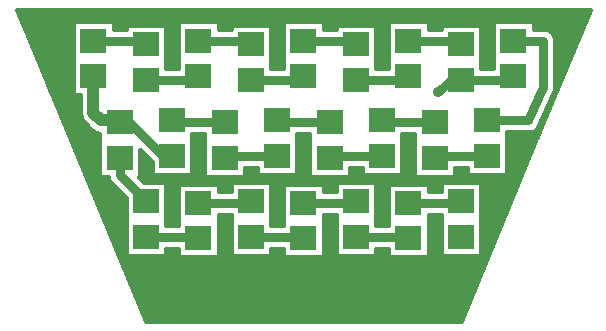
<source format=gtl>
G04 DipTrace 2.3.1.0*
%INLED_Matrix.GTL*%
%MOMM*%
%ADD13C,0.8*%
%ADD15C,1.0*%
%ADD16C,0.4*%
%ADD18R,2.2X2.0*%
%ADD20C,0.914*%
%FSLAX53Y53*%
G04*
G71*
G90*
G75*
G01*
%LNTop*%
%LPD*%
X7220Y24225D2*
D13*
X11365D1*
X11665Y23925D1*
Y20925D2*
X15810D1*
X16110Y21225D1*
Y24225D2*
X20255D1*
X20555Y23925D1*
Y20925D2*
X24700D1*
X25000Y21225D1*
Y24225D2*
X29145D1*
X29445Y23925D1*
Y20925D2*
X33590D1*
X33890Y21225D1*
Y24225D2*
X38035D1*
X38335Y23925D1*
X18332Y17287D2*
X14062D1*
X13888Y17463D1*
X22778Y14463D2*
X18508D1*
X18332Y14287D1*
X27222Y17287D2*
X22953D1*
X22778Y17463D1*
X31668Y14463D2*
X27397D1*
X27222Y14287D1*
X36113Y17287D2*
X31843D1*
X31668Y17463D1*
X40557Y14463D2*
X36288D1*
X36113Y14287D1*
X42780Y24225D2*
X45320D1*
Y20320D1*
X44050Y17463D1*
X40557D1*
X38335Y20925D2*
X42480D1*
X42780Y21225D1*
X38335Y20925D2*
X37510D1*
X36431Y19846D1*
X38335Y7620D2*
D3*
X9443Y14287D2*
Y12843D1*
X11665Y10620D1*
Y7620D2*
X15968D1*
X16110Y7477D1*
Y10477D2*
X20412D1*
X20555Y10620D1*
Y7620D2*
X24857D1*
X25000Y7477D1*
Y10477D2*
X29302D1*
X29445Y10620D1*
X7220Y21225D2*
D15*
Y19687D1*
Y18098D1*
X7855Y17463D1*
X9268D1*
X9443Y17287D1*
D13*
X10252D1*
X12935Y14605D1*
X13745D1*
X13888Y14463D1*
X7218Y19687D2*
D15*
X7220D1*
X29445Y7620D2*
D13*
X33748D1*
X33890Y7477D1*
Y10477D2*
X38193D1*
X38335Y10620D1*
D20*
X36431Y19846D3*
X38335Y7620D3*
X7220Y18098D3*
X7218Y19687D3*
X955Y26408D2*
D16*
X49044D1*
X1118Y26012D2*
X48881D1*
X1286Y25615D2*
X5463D1*
X8974D2*
X14356D1*
X17868D2*
X23244D1*
X26755D2*
X32131D1*
X35643D2*
X41025D1*
X44536D2*
X48719D1*
X1449Y25218D2*
X5463D1*
X13418D2*
X14356D1*
X22311D2*
X23244D1*
X31199D2*
X32131D1*
X40093D2*
X41025D1*
X45574D2*
X48550D1*
X1611Y24822D2*
X5463D1*
X13418D2*
X14356D1*
X22311D2*
X23244D1*
X31199D2*
X32131D1*
X40093D2*
X41025D1*
X46180D2*
X48388D1*
X1780Y24425D2*
X5463D1*
X13418D2*
X14356D1*
X22311D2*
X23244D1*
X31199D2*
X32131D1*
X40093D2*
X41025D1*
X46355D2*
X48219D1*
X1943Y24028D2*
X5463D1*
X13418D2*
X14356D1*
X22311D2*
X23244D1*
X31199D2*
X32131D1*
X40093D2*
X41025D1*
X46374D2*
X48056D1*
X2105Y23632D2*
X5463D1*
X13418D2*
X14356D1*
X22311D2*
X23244D1*
X31199D2*
X32131D1*
X40093D2*
X41025D1*
X46374D2*
X47894D1*
X2274Y23235D2*
X5463D1*
X13418D2*
X14356D1*
X22311D2*
X23244D1*
X31199D2*
X32131D1*
X40093D2*
X41025D1*
X46374D2*
X47725D1*
X2436Y22838D2*
X5463D1*
X13418D2*
X14356D1*
X22311D2*
X23244D1*
X31199D2*
X32131D1*
X40093D2*
X41025D1*
X46374D2*
X47563D1*
X2605Y22442D2*
X5463D1*
X13418D2*
X14356D1*
X22311D2*
X23244D1*
X31199D2*
X32131D1*
X40093D2*
X41025D1*
X46374D2*
X47400D1*
X2768Y22045D2*
X5463D1*
X13418D2*
X14356D1*
X22311D2*
X23244D1*
X31199D2*
X32131D1*
X40093D2*
X41025D1*
X46374D2*
X47231D1*
X2930Y21648D2*
X5463D1*
X46374D2*
X47069D1*
X3099Y21252D2*
X5463D1*
X46374D2*
X46900D1*
X3261Y20855D2*
X5463D1*
X46374D2*
X46738D1*
X3424Y20458D2*
X5463D1*
X46374D2*
X46575D1*
X3593Y20062D2*
X5463D1*
X3755Y19665D2*
X5463D1*
X3924Y19268D2*
X6063D1*
X4086Y18872D2*
X6063D1*
X4249Y18475D2*
X6063D1*
X4418Y18078D2*
X6063D1*
X4580Y17682D2*
X6144D1*
X45299D2*
X45420D1*
X4743Y17285D2*
X6413D1*
X45124D2*
X45255D1*
X4911Y16888D2*
X6813D1*
X44930D2*
X45092D1*
X5074Y16492D2*
X7263D1*
X44386D2*
X44925D1*
X5243Y16095D2*
X7688D1*
X15643D2*
X16575D1*
X24530D2*
X25469D1*
X33424D2*
X34356D1*
X42311D2*
X44763D1*
X5405Y15698D2*
X7688D1*
X15643D2*
X16575D1*
X24530D2*
X25469D1*
X33424D2*
X34356D1*
X42311D2*
X44594D1*
X5568Y15302D2*
X7688D1*
X15643D2*
X16575D1*
X24530D2*
X25469D1*
X33424D2*
X34356D1*
X42311D2*
X44431D1*
X5736Y14905D2*
X7688D1*
X15643D2*
X16575D1*
X24530D2*
X25469D1*
X33424D2*
X34356D1*
X42311D2*
X44263D1*
X5899Y14508D2*
X7688D1*
X11199D2*
X11556D1*
X15643D2*
X16575D1*
X24530D2*
X25469D1*
X33424D2*
X34356D1*
X42311D2*
X44100D1*
X6061Y14112D2*
X7688D1*
X11199D2*
X11950D1*
X15643D2*
X16575D1*
X24530D2*
X25469D1*
X33424D2*
X34356D1*
X42311D2*
X43938D1*
X6230Y13715D2*
X7688D1*
X11199D2*
X12131D1*
X15643D2*
X16575D1*
X24530D2*
X25469D1*
X33424D2*
X34356D1*
X42311D2*
X43769D1*
X6393Y13318D2*
X7688D1*
X11199D2*
X12131D1*
X15643D2*
X16575D1*
X20086D2*
X21019D1*
X24530D2*
X25469D1*
X28980D2*
X29913D1*
X33424D2*
X34356D1*
X37868D2*
X38800D1*
X42311D2*
X43606D1*
X6561Y12922D2*
X7688D1*
X11199D2*
X12131D1*
X15643D2*
X16575D1*
X20086D2*
X21019D1*
X24530D2*
X25469D1*
X28980D2*
X29913D1*
X33424D2*
X34356D1*
X37868D2*
X38800D1*
X42311D2*
X43444D1*
X6724Y12525D2*
X8438D1*
X11236D2*
X43275D1*
X6886Y12128D2*
X8681D1*
X13418D2*
X18800D1*
X22311D2*
X27688D1*
X31199D2*
X36581D1*
X40093D2*
X43113D1*
X7055Y11732D2*
X9075D1*
X13418D2*
X14356D1*
X17868D2*
X18800D1*
X22311D2*
X23244D1*
X26755D2*
X27688D1*
X31199D2*
X32131D1*
X35643D2*
X36581D1*
X40093D2*
X42944D1*
X7218Y11335D2*
X9475D1*
X13418D2*
X14356D1*
X22311D2*
X23244D1*
X31199D2*
X32131D1*
X40093D2*
X42781D1*
X7380Y10938D2*
X9869D1*
X13418D2*
X14356D1*
X22311D2*
X23244D1*
X31199D2*
X32131D1*
X40093D2*
X42619D1*
X7549Y10542D2*
X9906D1*
X13418D2*
X14356D1*
X22311D2*
X23244D1*
X31199D2*
X32131D1*
X40093D2*
X42450D1*
X7711Y10145D2*
X9906D1*
X13418D2*
X14356D1*
X22311D2*
X23244D1*
X31199D2*
X32131D1*
X40093D2*
X42288D1*
X7880Y9748D2*
X9906D1*
X13418D2*
X14356D1*
X22311D2*
X23244D1*
X31199D2*
X32131D1*
X40093D2*
X42125D1*
X8043Y9352D2*
X9906D1*
X13418D2*
X14356D1*
X17868D2*
X18800D1*
X22311D2*
X23244D1*
X26755D2*
X27688D1*
X31199D2*
X32131D1*
X35643D2*
X36581D1*
X40093D2*
X41956D1*
X8205Y8955D2*
X9906D1*
X13418D2*
X14356D1*
X17868D2*
X18800D1*
X22311D2*
X23244D1*
X26755D2*
X27688D1*
X31199D2*
X32131D1*
X35643D2*
X36581D1*
X40093D2*
X41794D1*
X8374Y8558D2*
X9906D1*
X17868D2*
X18800D1*
X26755D2*
X27688D1*
X35643D2*
X36581D1*
X40093D2*
X41625D1*
X8536Y8162D2*
X9906D1*
X17868D2*
X18800D1*
X26755D2*
X27688D1*
X35643D2*
X36581D1*
X40093D2*
X41463D1*
X8699Y7765D2*
X9906D1*
X17868D2*
X18800D1*
X26755D2*
X27688D1*
X35643D2*
X36581D1*
X40093D2*
X41300D1*
X8868Y7368D2*
X9906D1*
X17868D2*
X18800D1*
X26755D2*
X27688D1*
X35643D2*
X36581D1*
X40093D2*
X41131D1*
X9030Y6972D2*
X9906D1*
X17868D2*
X18800D1*
X26755D2*
X27688D1*
X35643D2*
X36581D1*
X40093D2*
X40969D1*
X9199Y6575D2*
X9906D1*
X13418D2*
X14356D1*
X17868D2*
X18800D1*
X22311D2*
X23244D1*
X26755D2*
X27688D1*
X31199D2*
X32131D1*
X35643D2*
X36581D1*
X40093D2*
X40806D1*
X9361Y6178D2*
X9906D1*
X13418D2*
X14356D1*
X17868D2*
X18800D1*
X22311D2*
X23244D1*
X26755D2*
X27688D1*
X31199D2*
X32131D1*
X35643D2*
X36581D1*
X40093D2*
X40638D1*
X9524Y5782D2*
X40475D1*
X9693Y5385D2*
X40306D1*
X9855Y4988D2*
X40144D1*
X10018Y4592D2*
X39981D1*
X10186Y4195D2*
X39813D1*
X10349Y3798D2*
X39650D1*
X10518Y3402D2*
X39488D1*
X10680Y3005D2*
X39319D1*
X10843Y2608D2*
X39156D1*
X11011Y2212D2*
X38988D1*
X11174Y1815D2*
X38825D1*
X11336Y1418D2*
X38663D1*
X11505Y1022D2*
X38494D1*
X11668Y625D2*
X38331D1*
X5704Y25841D2*
X8936D1*
Y25235D1*
X9620Y25241D1*
X9951D1*
X9949Y25541D1*
X13381D1*
X13375Y22309D1*
X13381Y22141D1*
Y21935D1*
X14065Y21941D1*
X14396D1*
X14394Y22841D1*
Y25841D1*
X17826D1*
Y25235D1*
X18510Y25241D1*
X18841D1*
X18839Y25541D1*
X22271D1*
X22265Y22309D1*
X22271Y22141D1*
Y21935D1*
X22955Y21941D1*
X23286D1*
X23284Y22841D1*
Y25841D1*
X26716D1*
Y25235D1*
X27400Y25241D1*
X27731D1*
X27729Y25541D1*
X31161D1*
X31155Y22309D1*
X31161Y22141D1*
Y21935D1*
X31845Y21941D1*
X32176D1*
X32174Y22841D1*
Y25841D1*
X35606D1*
Y25235D1*
X36290Y25241D1*
X36621D1*
X36619Y25541D1*
X40051D1*
X40045Y22309D1*
X40051Y22141D1*
Y21935D1*
X40735Y21941D1*
X41066D1*
X41064Y22841D1*
Y25841D1*
X44496D1*
Y25235D1*
X45320Y25241D1*
X45519Y25221D1*
X45710Y25163D1*
X45886Y25069D1*
X46040Y24942D1*
X46166Y24787D1*
X46260Y24611D1*
X46317Y24420D1*
X46336Y24225D1*
Y20320D1*
X46316Y20121D1*
X46248Y19907D1*
X44978Y17050D1*
X44880Y16876D1*
X44749Y16725D1*
X44591Y16603D1*
X44413Y16514D1*
X44241Y16465D1*
X43850Y16447D1*
X42269D1*
X42274Y15846D1*
Y12846D1*
X38842D1*
Y13453D1*
X38157Y13447D1*
X37826D1*
X37828Y12671D1*
X34397D1*
X34403Y15904D1*
X34397Y16072D1*
Y16278D1*
X33712Y16271D1*
X33381D1*
X33383Y12846D1*
X29951D1*
Y13453D1*
X29268Y13447D1*
X28936D1*
X28939Y12671D1*
X25506D1*
X25513Y15904D1*
X25506Y16072D1*
Y16278D1*
X24823Y16271D1*
X24491D1*
X24494Y12846D1*
X21061D1*
Y13453D1*
X20378Y13447D1*
X20046D1*
X20049Y12671D1*
X16616D1*
X16623Y15904D1*
X16616Y16072D1*
Y16278D1*
X15932Y16271D1*
X15601D1*
X15603Y12846D1*
X12171D1*
Y13928D1*
X11160Y14943D1*
X11158Y12671D1*
X11052D1*
X11482Y12239D1*
X13381Y12236D1*
X13375Y9004D1*
X13381Y8836D1*
Y8630D1*
X14065Y8636D1*
X14396D1*
X14400Y9094D1*
X14394Y9261D1*
Y12094D1*
X17826D1*
Y11487D1*
X18510Y11493D1*
X18841D1*
X18839Y12236D1*
X22271D1*
X22265Y9004D1*
X22271Y8836D1*
Y8630D1*
X22955Y8636D1*
X23286D1*
X23290Y9094D1*
X23284Y9261D1*
Y12094D1*
X26716D1*
Y11487D1*
X27400Y11493D1*
X27731D1*
X27729Y12236D1*
X31161D1*
X31155Y9004D1*
X31161Y8836D1*
Y8630D1*
X31845Y8636D1*
X32176D1*
X32180Y9094D1*
X32174Y9261D1*
Y12094D1*
X35606D1*
Y11487D1*
X36290Y11493D1*
X36621D1*
X36619Y12236D1*
X40051D1*
X40045Y9004D1*
X40051Y8836D1*
Y6004D1*
X36619D1*
X36625Y9236D1*
X36619Y9460D1*
X35611Y9462D1*
X35606Y8861D1*
Y5861D1*
X32174D1*
Y6605D1*
X31166Y6604D1*
X31161Y6004D1*
X27729D1*
X27735Y9236D1*
X27729Y9460D1*
X26721Y9462D1*
X26716Y8861D1*
Y5861D1*
X23284D1*
Y6605D1*
X22276Y6604D1*
X22271Y6004D1*
X18839D1*
X18845Y9236D1*
X18839Y9460D1*
X17831Y9462D1*
X17826Y8861D1*
Y5861D1*
X14394D1*
Y6605D1*
X13386Y6604D1*
X13381Y6004D1*
X9949D1*
X9955Y9236D1*
X9949Y9404D1*
Y10898D1*
X8724Y12124D1*
X8597Y12278D1*
X8503Y12455D1*
X8444Y12658D1*
X8158Y12671D1*
X7726D1*
X7733Y15904D1*
X7726Y16072D1*
Y16353D1*
X7491Y16407D1*
X7309Y16489D1*
X7066Y16673D1*
X6431Y17308D1*
X6303Y17462D1*
X6204Y17635D1*
X6138Y17824D1*
X6109Y17992D1*
X6104Y18977D1*
Y19608D1*
X5504Y19609D1*
X5510Y22841D1*
X5504Y23009D1*
Y25841D1*
X5704D1*
X49257Y26805D2*
X744D1*
X1325Y25420D1*
X11679Y504D1*
X13348Y500D1*
X38316D1*
X44561Y15521D1*
X49250Y26804D1*
D18*
X7220Y24225D3*
Y21225D3*
X11665Y20925D3*
Y23925D3*
X16110Y24225D3*
Y21225D3*
X20555Y20925D3*
Y23925D3*
X25000Y24225D3*
Y21225D3*
X29445Y20925D3*
Y23925D3*
X33890Y24225D3*
Y21225D3*
X38335Y20925D3*
Y23925D3*
X13888Y17462D3*
Y14462D3*
X18332Y14288D3*
Y17288D3*
X22778Y17462D3*
Y14462D3*
X27222Y14288D3*
Y17288D3*
X31668Y17462D3*
Y14462D3*
X36113Y14288D3*
Y17288D3*
X40557Y17462D3*
Y14462D3*
X42780Y21225D3*
Y24225D3*
X9443Y14288D3*
Y17288D3*
X11665Y7620D3*
Y10620D3*
X16110Y10477D3*
Y7477D3*
X20555Y7620D3*
Y10620D3*
X25000Y10477D3*
Y7477D3*
X29445Y7620D3*
Y10620D3*
X33890Y10477D3*
Y7477D3*
X38335Y7620D3*
Y10620D3*
M02*

</source>
